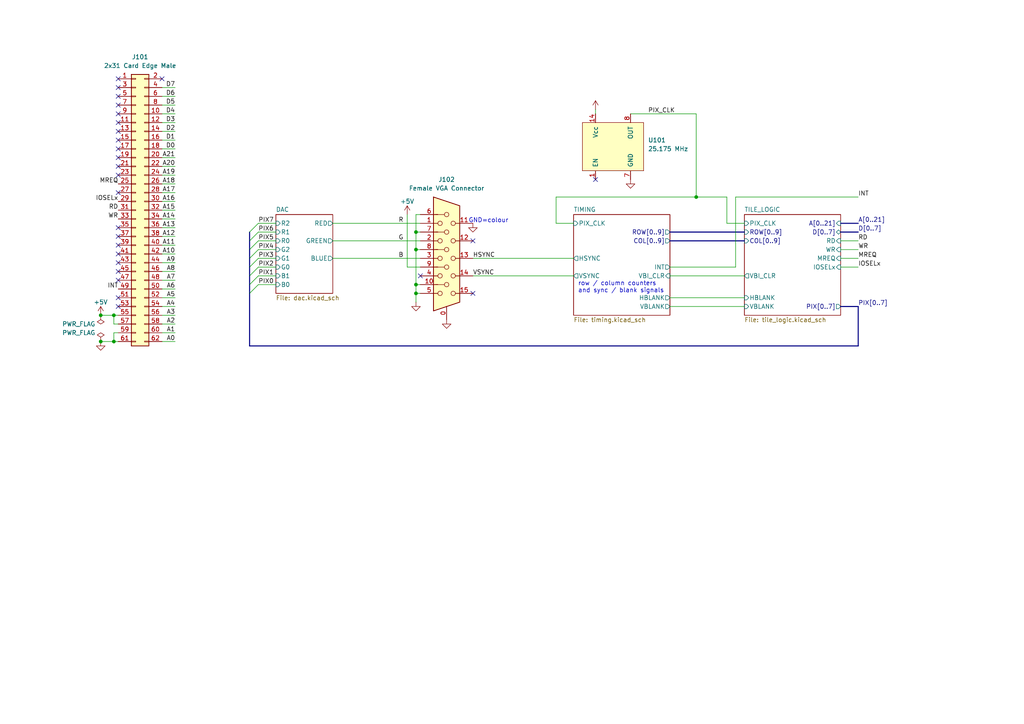
<source format=kicad_sch>
(kicad_sch (version 20211123) (generator eeschema)
  (paper "A4")
  (title_block (title "Video Card") (date "2021-09-11") (rev "1") (company "B.W. Harrison") (comment 1 "64 KB video memory, and vblank interrupt") (comment 2 "640x480 resolution, tiling, hardware scrolling,") (comment 3 "Main features:") (comment 4 "VGA video card for the Z80 computer"))
  (lib_symbols
    (symbol "Connector:DB15_Female_HighDensity_MountingHoles" (pin_names (offset 1.016) hide)
      (property "Reference" "J" (at 0 21.59 0))
      (property "Value" "DB15_Female_HighDensity_MountingHoles" (at 0 19.05 0))
      (symbol "DB15_Female_HighDensity_MountingHoles_0_1"
        (circle (center -1.905 -10.16) (radius 0.635))
        (circle (center -1.905 -5.08) (radius 0.635))
        (circle (center -1.905 0) (radius 0.635))
        (circle (center -1.905 5.08) (radius 0.635))
        (circle (center -1.905 10.16) (radius 0.635))
        (circle (center 0 -7.62) (radius 0.635))
        (circle (center 0 -2.54) (radius 0.635))
        (polyline (pts (xy -3.175 7.62) (xy -0.635 7.62)))
        (polyline (pts (xy -0.635 -7.62) (xy -3.175 -7.62)))
        (polyline (pts (xy -0.635 -2.54) (xy -3.175 -2.54)))
        (polyline (pts (xy -0.635 2.54) (xy -3.175 2.54)))
        (polyline (pts (xy -0.635 12.7) (xy -3.175 12.7)))
        (polyline (pts (xy -3.81 17.78) (xy -3.81 -15.24) (xy 3.81 -12.7) (xy 3.81 15.24) (xy -3.81 17.78)) (stroke (width 0.254)) (fill (type background)))
        (circle (center 0 2.54) (radius 0.635))
        (circle (center 0 7.62) (radius 0.635))
        (circle (center 0 12.7) (radius 0.635))
        (circle (center 1.905 -10.16) (radius 0.635))
        (circle (center 1.905 -5.08) (radius 0.635))
        (circle (center 1.905 0) (radius 0.635))
        (circle (center 1.905 5.08) (radius 0.635))
        (circle (center 1.905 10.16) (radius 0.635))
      )
      (symbol "DB15_Female_HighDensity_MountingHoles_1_1"
        (pin passive line (at 0 -17.78 90) (length 3.81) (name "~") (number "0"))
        (pin passive line (at -7.62 10.16 0) (length 5.08) (name "~") (number "1"))
        (pin passive line (at -7.62 -7.62 0) (length 5.08) (name "~") (number "10"))
        (pin passive line (at 7.62 10.16 180) (length 5.08) (name "~") (number "11"))
        (pin passive line (at 7.62 5.08 180) (length 5.08) (name "~") (number "12"))
        (pin passive line (at 7.62 0 180) (length 5.08) (name "~") (number "13"))
        (pin passive line (at 7.62 -5.08 180) (length 5.08) (name "~") (number "14"))
        (pin passive line (at 7.62 -10.16 180) (length 5.08) (name "~") (number "15"))
        (pin passive line (at -7.62 5.08 0) (length 5.08) (name "~") (number "2"))
        (pin passive line (at -7.62 0 0) (length 5.08) (name "~") (number "3"))
        (pin passive line (at -7.62 -5.08 0) (length 5.08) (name "~") (number "4"))
        (pin passive line (at -7.62 -10.16 0) (length 5.08) (name "~") (number "5"))
        (pin passive line (at -7.62 12.7 0) (length 5.08) (name "~") (number "6"))
        (pin passive line (at -7.62 7.62 0) (length 5.08) (name "~") (number "7"))
        (pin passive line (at -7.62 2.54 0) (length 5.08) (name "~") (number "8"))
        (pin passive line (at -7.62 -2.54 0) (length 5.08) (name "~") (number "9"))
      )
    )
    (symbol "Connector_Generic:Conn_02x31_Odd_Even" (pin_names (offset 1.016) hide)
      (property "Reference" "J" (at 1.27 40.64 0))
      (property "Value" "Conn_02x31_Odd_Even" (at 1.27 -40.64 0))
      (symbol "Conn_02x31_Odd_Even_1_1"
        (rectangle (start -1.27 -37.973) (end 0 -38.227) (stroke (width 0.1524)))
        (rectangle (start -1.27 -35.433) (end 0 -35.687) (stroke (width 0.1524)))
        (rectangle (start -1.27 -32.893) (end 0 -33.147) (stroke (width 0.1524)))
        (rectangle (start -1.27 -30.353) (end 0 -30.607) (stroke (width 0.1524)))
        (rectangle (start -1.27 -27.813) (end 0 -28.067) (stroke (width 0.1524)))
        (rectangle (start -1.27 -25.273) (end 0 -25.527) (stroke (width 0.1524)))
        (rectangle (start -1.27 -22.733) (end 0 -22.987) (stroke (width 0.1524)))
        (rectangle (start -1.27 -20.193) (end 0 -20.447) (stroke (width 0.1524)))
        (rectangle (start -1.27 -17.653) (end 0 -17.907) (stroke (width 0.1524)))
        (rectangle (start -1.27 -15.113) (end 0 -15.367) (stroke (width 0.1524)))
        (rectangle (start -1.27 -12.573) (end 0 -12.827) (stroke (width 0.1524)))
        (rectangle (start -1.27 -10.033) (end 0 -10.287) (stroke (width 0.1524)))
        (rectangle (start -1.27 -7.493) (end 0 -7.747) (stroke (width 0.1524)))
        (rectangle (start -1.27 -4.953) (end 0 -5.207) (stroke (width 0.1524)))
        (rectangle (start -1.27 -2.413) (end 0 -2.667) (stroke (width 0.1524)))
        (rectangle (start -1.27 0.127) (end 0 -0.127) (stroke (width 0.1524)))
        (rectangle (start -1.27 2.667) (end 0 2.413) (stroke (width 0.1524)))
        (rectangle (start -1.27 5.207) (end 0 4.953) (stroke (width 0.1524)))
        (rectangle (start -1.27 7.747) (end 0 7.493) (stroke (width 0.1524)))
        (rectangle (start -1.27 10.287) (end 0 10.033) (stroke (width 0.1524)))
        (rectangle (start -1.27 12.827) (end 0 12.573) (stroke (width 0.1524)))
        (rectangle (start -1.27 15.367) (end 0 15.113) (stroke (width 0.1524)))
        (rectangle (start -1.27 17.907) (end 0 17.653) (stroke (width 0.1524)))
        (rectangle (start -1.27 20.447) (end 0 20.193) (stroke (width 0.1524)))
        (rectangle (start -1.27 22.987) (end 0 22.733) (stroke (width 0.1524)))
        (rectangle (start -1.27 25.527) (end 0 25.273) (stroke (width 0.1524)))
        (rectangle (start -1.27 28.067) (end 0 27.813) (stroke (width 0.1524)))
        (rectangle (start -1.27 30.607) (end 0 30.353) (stroke (width 0.1524)))
        (rectangle (start -1.27 33.147) (end 0 32.893) (stroke (width 0.1524)))
        (rectangle (start -1.27 35.687) (end 0 35.433) (stroke (width 0.1524)))
        (rectangle (start -1.27 38.227) (end 0 37.973) (stroke (width 0.1524)))
        (rectangle (start -1.27 39.37) (end 3.81 -39.37) (stroke (width 0.254)) (fill (type background)))
        (rectangle (start 3.81 -37.973) (end 2.54 -38.227) (stroke (width 0.1524)))
        (rectangle (start 3.81 -35.433) (end 2.54 -35.687) (stroke (width 0.1524)))
        (rectangle (start 3.81 -32.893) (end 2.54 -33.147) (stroke (width 0.1524)))
        (rectangle (start 3.81 -30.353) (end 2.54 -30.607) (stroke (width 0.1524)))
        (rectangle (start 3.81 -27.813) (end 2.54 -28.067) (stroke (width 0.1524)))
        (rectangle (start 3.81 -25.273) (end 2.54 -25.527) (stroke (width 0.1524)))
        (rectangle (start 3.81 -22.733) (end 2.54 -22.987) (stroke (width 0.1524)))
        (rectangle (start 3.81 -20.193) (end 2.54 -20.447) (stroke (width 0.1524)))
        (rectangle (start 3.81 -17.653) (end 2.54 -17.907) (stroke (width 0.1524)))
        (rectangle (start 3.81 -15.113) (end 2.54 -15.367) (stroke (width 0.1524)))
        (rectangle (start 3.81 -12.573) (end 2.54 -12.827) (stroke (width 0.1524)))
        (rectangle (start 3.81 -10.033) (end 2.54 -10.287) (stroke (width 0.1524)))
        (rectangle (start 3.81 -7.493) (end 2.54 -7.747) (stroke (width 0.1524)))
        (rectangle (start 3.81 -4.953) (end 2.54 -5.207) (stroke (width 0.1524)))
        (rectangle (start 3.81 -2.413) (end 2.54 -2.667) (stroke (width 0.1524)))
        (rectangle (start 3.81 0.127) (end 2.54 -0.127) (stroke (width 0.1524)))
        (rectangle (start 3.81 2.667) (end 2.54 2.413) (stroke (width 0.1524)))
        (rectangle (start 3.81 5.207) (end 2.54 4.953) (stroke (width 0.1524)))
        (rectangle (start 3.81 7.747) (end 2.54 7.493) (stroke (width 0.1524)))
        (rectangle (start 3.81 10.287) (end 2.54 10.033) (stroke (width 0.1524)))
        (rectangle (start 3.81 12.827) (end 2.54 12.573) (stroke (width 0.1524)))
        (rectangle (start 3.81 15.367) (end 2.54 15.113) (stroke (width 0.1524)))
        (rectangle (start 3.81 17.907) (end 2.54 17.653) (stroke (width 0.1524)))
        (rectangle (start 3.81 20.447) (end 2.54 20.193) (stroke (width 0.1524)))
        (rectangle (start 3.81 22.987) (end 2.54 22.733) (stroke (width 0.1524)))
        (rectangle (start 3.81 25.527) (end 2.54 25.273) (stroke (width 0.1524)))
        (rectangle (start 3.81 28.067) (end 2.54 27.813) (stroke (width 0.1524)))
        (rectangle (start 3.81 30.607) (end 2.54 30.353) (stroke (width 0.1524)))
        (rectangle (start 3.81 33.147) (end 2.54 32.893) (stroke (width 0.1524)))
        (rectangle (start 3.81 35.687) (end 2.54 35.433) (stroke (width 0.1524)))
        (rectangle (start 3.81 38.227) (end 2.54 37.973) (stroke (width 0.1524)))
        (pin passive line (at -5.08 38.1 0) (length 3.81) (name "Pin_1") (number "1"))
        (pin passive line (at 7.62 27.94 180) (length 3.81) (name "Pin_10") (number "10"))
        (pin passive line (at -5.08 25.4 0) (length 3.81) (name "Pin_11") (number "11"))
        (pin passive line (at 7.62 25.4 180) (length 3.81) (name "Pin_12") (number "12"))
        (pin passive line (at -5.08 22.86 0) (length 3.81) (name "Pin_13") (number "13"))
        (pin passive line (at 7.62 22.86 180) (length 3.81) (name "Pin_14") (number "14"))
        (pin passive line (at -5.08 20.32 0) (length 3.81) (name "Pin_15") (number "15"))
        (pin passive line (at 7.62 20.32 180) (length 3.81) (name "Pin_16") (number "16"))
        (pin passive line (at -5.08 17.78 0) (length 3.81) (name "Pin_17") (number "17"))
        (pin passive line (at 7.62 17.78 180) (length 3.81) (name "Pin_18") (number "18"))
        (pin passive line (at -5.08 15.24 0) (length 3.81) (name "Pin_19") (number "19"))
        (pin passive line (at 7.62 38.1 180) (length 3.81) (name "Pin_2") (number "2"))
        (pin passive line (at 7.62 15.24 180) (length 3.81) (name "Pin_20") (number "20"))
        (pin passive line (at -5.08 12.7 0) (length 3.81) (name "Pin_21") (number "21"))
        (pin passive line (at 7.62 12.7 180) (length 3.81) (name "Pin_22") (number "22"))
        (pin passive line (at -5.08 10.16 0) (length 3.81) (name "Pin_23") (number "23"))
        (pin passive line (at 7.62 10.16 180) (length 3.81) (name "Pin_24") (number "24"))
        (pin passive line (at -5.08 7.62 0) (length 3.81) (name "Pin_25") (number "25"))
        (pin passive line (at 7.62 7.62 180) (length 3.81) (name "Pin_26") (number "26"))
        (pin passive line (at -5.08 5.08 0) (length 3.81) (name "Pin_27") (number "27"))
        (pin passive line (at 7.62 5.08 180) (length 3.81) (name "Pin_28") (number "28"))
        (pin passive line (at -5.08 2.54 0) (length 3.81) (name "Pin_29") (number "29"))
        (pin passive line (at -5.08 35.56 0) (length 3.81) (name "Pin_3") (number "3"))
        (pin passive line (at 7.62 2.54 180) (length 3.81) (name "Pin_30") (number "30"))
        (pin passive line (at -5.08 0 0) (length 3.81) (name "Pin_31") (number "31"))
        (pin passive line (at 7.62 0 180) (length 3.81) (name "Pin_32") (number "32"))
        (pin passive line (at -5.08 -2.54 0) (length 3.81) (name "Pin_33") (number "33"))
        (pin passive line (at 7.62 -2.54 180) (length 3.81) (name "Pin_34") (number "34"))
        (pin passive line (at -5.08 -5.08 0) (length 3.81) (name "Pin_35") (number "35"))
        (pin passive line (at 7.62 -5.08 180) (length 3.81) (name "Pin_36") (number "36"))
        (pin passive line (at -5.08 -7.62 0) (length 3.81) (name "Pin_37") (number "37"))
        (pin passive line (at 7.62 -7.62 180) (length 3.81) (name "Pin_38") (number "38"))
        (pin passive line (at -5.08 -10.16 0) (length 3.81) (name "Pin_39") (number "39"))
        (pin passive line (at 7.62 35.56 180) (length 3.81) (name "Pin_4") (number "4"))
        (pin passive line (at 7.62 -10.16 180) (length 3.81) (name "Pin_40") (number "40"))
        (pin passive line (at -5.08 -12.7 0) (length 3.81) (name "Pin_41") (number "41"))
        (pin passive line (at 7.62 -12.7 180) (length 3.81) (name "Pin_42") (number "42"))
        (pin passive line (at -5.08 -15.24 0) (length 3.81) (name "Pin_43") (number "43"))
        (pin passive line (at 7.62 -15.24 180) (length 3.81) (name "Pin_44") (number "44"))
        (pin passive line (at -5.08 -17.78 0) (length 3.81) (name "Pin_45") (number "45"))
        (pin passive line (at 7.62 -17.78 180) (length 3.81) (name "Pin_46") (number "46"))
        (pin passive line (at -5.08 -20.32 0) (length 3.81) (name "Pin_47") (number "47"))
        (pin passive line (at 7.62 -20.32 180) (length 3.81) (name "Pin_48") (number "48"))
        (pin passive line (at -5.08 -22.86 0) (length 3.81) (name "Pin_49") (number "49"))
        (pin passive line (at -5.08 33.02 0) (length 3.81) (name "Pin_5") (number "5"))
        (pin passive line (at 7.62 -22.86 180) (length 3.81) (name "Pin_50") (number "50"))
        (pin passive line (at -5.08 -25.4 0) (length 3.81) (name "Pin_51") (number "51"))
        (pin passive line (at 7.62 -25.4 180) (length 3.81) (name "Pin_52") (number "52"))
        (pin passive line (at -5.08 -27.94 0) (length 3.81) (name "Pin_53") (number "53"))
        (pin passive line (at 7.62 -27.94 180) (length 3.81) (name "Pin_54") (number "54"))
        (pin passive line (at -5.08 -30.48 0) (length 3.81) (name "Pin_55") (number "55"))
        (pin passive line (at 7.62 -30.48 180) (length 3.81) (name "Pin_56") (number "56"))
        (pin passive line (at -5.08 -33.02 0) (length 3.81) (name "Pin_57") (number "57"))
        (pin passive line (at 7.62 -33.02 180) (length 3.81) (name "Pin_58") (number "58"))
        (pin passive line (at -5.08 -35.56 0) (length 3.81) (name "Pin_59") (number "59"))
        (pin passive line (at 7.62 33.02 180) (length 3.81) (name "Pin_6") (number "6"))
        (pin passive line (at 7.62 -35.56 180) (length 3.81) (name "Pin_60") (number "60"))
        (pin passive line (at -5.08 -38.1 0) (length 3.81) (name "Pin_61") (number "61"))
        (pin passive line (at 7.62 -38.1 180) (length 3.81) (name "Pin_62") (number "62"))
        (pin passive line (at -5.08 30.48 0) (length 3.81) (name "Pin_7") (number "7"))
        (pin passive line (at 7.62 30.48 180) (length 3.81) (name "Pin_8") (number "8"))
        (pin passive line (at -5.08 27.94 0) (length 3.81) (name "Pin_9") (number "9"))
      )
    )
    (symbol "my_library:CRYST-OSC-DIP14" (pin_names (offset 1.016))
      (property "Reference" "U" (at 5.08 1.27 0))
      (property "Value" "CRYST-OSC-DIP14" (at 5.08 -6.35 0))
      (symbol "CRYST-OSC-DIP14_0_1"
        (rectangle (start -3.81 0) (end 13.97 -13.97) (fill (type background)))
      )
      (symbol "CRYST-OSC-DIP14_1_1"
        (pin input line (at 0 -16.51 90) (length 2.54) (name "EN") (number "1"))
        (pin power_in line (at 0 2.54 270) (length 2.54) (name "Vcc") (number "14"))
        (pin power_in line (at 10.16 -16.51 90) (length 2.54) (name "GND") (number "7"))
        (pin output line (at 10.16 2.54 270) (length 2.54) (name "OUT") (number "8"))
      )
    )
    (symbol "power:+5V" (power) (pin_names (offset 0))
      (property "Value" "+5V" (at 0 3.556 0))
      (symbol "+5V_0_1"
        (polyline (pts (xy -0.762 1.27) (xy 0 2.54)))
        (polyline (pts (xy 0 0) (xy 0 2.54)))
        (polyline (pts (xy 0 2.54) (xy 0.762 1.27)))
      )
      (symbol "+5V_1_1"
        (pin power_in line (at 0 0 90) (length 0) hide (name "+5V") (number "1"))
      )
    )
    (symbol "power:GND" (power) (pin_names (offset 0))
      (property "Value" "GND" (at 0 -3.81 0))
      (symbol "GND_0_1"
        (polyline (pts (xy 0 0) (xy 0 -1.27) (xy 1.27 -1.27) (xy 0 -2.54) (xy -1.27 -1.27) (xy 0 -1.27)))
      )
      (symbol "GND_1_1"
        (pin power_in line (at 0 0 270) (length 0) hide (name "GND") (number "1"))
      )
    )
    (symbol "power:PWR_FLAG" (power) (pin_numbers hide) (pin_names (offset 0) hide)
      (property "Value" "PWR_FLAG" (at 0 3.81 0))
      (symbol "PWR_FLAG_0_0"
        (pin power_out line (at 0 0 90) (length 0) (name "pwr") (number "1"))
      )
      (symbol "PWR_FLAG_0_1"
        (polyline (pts (xy 0 0) (xy 0 1.27) (xy -1.016 1.905) (xy 0 2.54) (xy 1.016 1.905) (xy 0 1.27)))
      )
    )
  )
  (junction (at 33.02 91.44))
  (junction (at 120.65 67.31))
  (junction (at 29.21 99.06))
  (junction (at 201.93 57.15))
  (junction (at 120.65 85.09))
  (junction (at 33.02 99.06))
  (junction (at 29.21 91.44))
  (junction (at 120.65 82.55))
  (junction (at 120.65 72.39))
  (no_connect (at 34.29 45.72))
  (no_connect (at 34.29 78.74))
  (no_connect (at 34.29 68.58))
  (no_connect (at 137.16 69.85))
  (no_connect (at 34.29 38.1))
  (no_connect (at 121.92 80.01))
  (no_connect (at 34.29 50.8))
  (no_connect (at 34.29 86.36))
  (no_connect (at 34.29 35.56))
  (no_connect (at 34.29 43.18))
  (no_connect (at 34.29 88.9))
  (no_connect (at 34.29 40.64))
  (no_connect (at 34.29 30.48))
  (no_connect (at 34.29 73.66))
  (no_connect (at 34.29 81.28))
  (no_connect (at 34.29 25.4))
  (no_connect (at 46.99 22.86))
  (no_connect (at 34.29 22.86))
  (no_connect (at 34.29 71.12))
  (no_connect (at 172.72 52.07))
  (no_connect (at 34.29 76.2))
  (no_connect (at 34.29 55.88))
  (no_connect (at 34.29 33.02))
  (no_connect (at 34.29 27.94))
  (no_connect (at 34.29 66.04))
  (no_connect (at 137.16 85.09))
  (no_connect (at 34.29 48.26))
  (bus_entry (at 72.39 77.47) (size 2.54 -2.54))
  (bus_entry (at 72.39 82.55) (size 2.54 -2.54))
  (bus_entry (at 72.39 80.01) (size 2.54 -2.54))
  (bus_entry (at 72.39 67.31) (size 2.54 -2.54))
  (bus_entry (at 72.39 85.09) (size 2.54 -2.54))
  (bus_entry (at 72.39 72.39) (size 2.54 -2.54))
  (bus_entry (at 72.39 69.85) (size 2.54 -2.54))
  (bus_entry (at 72.39 74.93) (size 2.54 -2.54))
  (bus (pts (xy 72.39 100.33) (xy 248.92 100.33)))
  (wire (pts (xy 210.82 57.15) (xy 201.93 57.15)))
  (wire (pts (xy 120.65 82.55) (xy 121.92 82.55)))
  (wire (pts (xy 194.31 88.9) (xy 215.9 88.9)))
  (wire (pts (xy 74.93 80.01) (xy 80.01 80.01)))
  (wire (pts (xy 74.93 82.55) (xy 80.01 82.55)))
  (wire (pts (xy 120.65 82.55) (xy 120.65 72.39)))
  (wire (pts (xy 96.52 64.77) (xy 121.92 64.77)))
  (wire (pts (xy 50.8 99.06) (xy 46.99 99.06)))
  (wire (pts (xy 50.8 66.04) (xy 46.99 66.04)))
  (wire (pts (xy 118.11 62.23) (xy 118.11 77.47)))
  (wire (pts (xy 34.29 96.52) (xy 33.02 96.52)))
  (wire (pts (xy 201.93 33.02) (xy 201.93 57.15)))
  (wire (pts (xy 213.36 57.15) (xy 248.92 57.15)))
  (wire (pts (xy 74.93 69.85) (xy 80.01 69.85)))
  (bus (pts (xy 72.39 69.85) (xy 72.39 72.39)))
  (wire (pts (xy 166.37 80.01) (xy 137.16 80.01)))
  (wire (pts (xy 33.02 99.06) (xy 34.29 99.06)))
  (wire (pts (xy 248.92 72.39) (xy 243.84 72.39)))
  (wire (pts (xy 215.9 86.36) (xy 194.31 86.36)))
  (wire (pts (xy 33.02 99.06) (xy 29.21 99.06)))
  (bus (pts (xy 248.92 64.77) (xy 243.84 64.77)))
  (bus (pts (xy 194.31 69.85) (xy 215.9 69.85)))
  (wire (pts (xy 74.93 77.47) (xy 80.01 77.47)))
  (wire (pts (xy 201.93 57.15) (xy 161.29 57.15)))
  (wire (pts (xy 50.8 86.36) (xy 46.99 86.36)))
  (wire (pts (xy 50.8 93.98) (xy 46.99 93.98)))
  (wire (pts (xy 120.65 82.55) (xy 120.65 85.09)))
  (wire (pts (xy 50.8 55.88) (xy 46.99 55.88)))
  (bus (pts (xy 72.39 82.55) (xy 72.39 85.09)))
  (wire (pts (xy 33.02 91.44) (xy 29.21 91.44)))
  (wire (pts (xy 96.52 74.93) (xy 121.92 74.93)))
  (wire (pts (xy 96.52 69.85) (xy 121.92 69.85)))
  (wire (pts (xy 50.8 48.26) (xy 46.99 48.26)))
  (wire (pts (xy 120.65 67.31) (xy 120.65 72.39)))
  (wire (pts (xy 121.92 62.23) (xy 120.65 62.23)))
  (wire (pts (xy 50.8 35.56) (xy 46.99 35.56)))
  (wire (pts (xy 50.8 63.5) (xy 46.99 63.5)))
  (wire (pts (xy 121.92 67.31) (xy 120.65 67.31)))
  (wire (pts (xy 50.8 43.18) (xy 46.99 43.18)))
  (wire (pts (xy 50.8 73.66) (xy 46.99 73.66)))
  (bus (pts (xy 72.39 67.31) (xy 72.39 69.85)))
  (wire (pts (xy 118.11 77.47) (xy 121.92 77.47)))
  (bus (pts (xy 248.92 67.31) (xy 243.84 67.31)))
  (wire (pts (xy 248.92 77.47) (xy 243.84 77.47)))
  (wire (pts (xy 50.8 91.44) (xy 46.99 91.44)))
  (wire (pts (xy 50.8 45.72) (xy 46.99 45.72)))
  (wire (pts (xy 172.72 31.75) (xy 172.72 33.02)))
  (wire (pts (xy 194.31 77.47) (xy 213.36 77.47)))
  (wire (pts (xy 50.8 71.12) (xy 46.99 71.12)))
  (wire (pts (xy 50.8 50.8) (xy 46.99 50.8)))
  (wire (pts (xy 50.8 53.34) (xy 46.99 53.34)))
  (wire (pts (xy 74.93 72.39) (xy 80.01 72.39)))
  (wire (pts (xy 50.8 83.82) (xy 46.99 83.82)))
  (wire (pts (xy 50.8 58.42) (xy 46.99 58.42)))
  (bus (pts (xy 248.92 88.9) (xy 243.84 88.9)))
  (wire (pts (xy 74.93 64.77) (xy 80.01 64.77)))
  (wire (pts (xy 33.02 93.98) (xy 33.02 91.44)))
  (wire (pts (xy 50.8 60.96) (xy 46.99 60.96)))
  (wire (pts (xy 50.8 30.48) (xy 46.99 30.48)))
  (bus (pts (xy 194.31 67.31) (xy 215.9 67.31)))
  (wire (pts (xy 120.65 62.23) (xy 120.65 67.31)))
  (wire (pts (xy 50.8 68.58) (xy 46.99 68.58)))
  (bus (pts (xy 72.39 72.39) (xy 72.39 74.93)))
  (wire (pts (xy 50.8 40.64) (xy 46.99 40.64)))
  (wire (pts (xy 50.8 38.1) (xy 46.99 38.1)))
  (bus (pts (xy 72.39 80.01) (xy 72.39 82.55)))
  (bus (pts (xy 72.39 74.93) (xy 72.39 77.47)))
  (wire (pts (xy 182.88 33.02) (xy 201.93 33.02)))
  (wire (pts (xy 166.37 74.93) (xy 137.16 74.93)))
  (bus (pts (xy 72.39 77.47) (xy 72.39 80.01)))
  (wire (pts (xy 50.8 88.9) (xy 46.99 88.9)))
  (wire (pts (xy 74.93 67.31) (xy 80.01 67.31)))
  (wire (pts (xy 161.29 64.77) (xy 166.37 64.77)))
  (wire (pts (xy 50.8 81.28) (xy 46.99 81.28)))
  (wire (pts (xy 248.92 69.85) (xy 243.84 69.85)))
  (wire (pts (xy 120.65 72.39) (xy 121.92 72.39)))
  (wire (pts (xy 50.8 33.02) (xy 46.99 33.02)))
  (wire (pts (xy 161.29 57.15) (xy 161.29 64.77)))
  (wire (pts (xy 50.8 78.74) (xy 46.99 78.74)))
  (wire (pts (xy 34.29 93.98) (xy 33.02 93.98)))
  (wire (pts (xy 213.36 77.47) (xy 213.36 57.15)))
  (wire (pts (xy 50.8 27.94) (xy 46.99 27.94)))
  (wire (pts (xy 74.93 74.93) (xy 80.01 74.93)))
  (wire (pts (xy 33.02 96.52) (xy 33.02 99.06)))
  (bus (pts (xy 248.92 88.9) (xy 248.92 100.33)))
  (wire (pts (xy 121.92 85.09) (xy 120.65 85.09)))
  (wire (pts (xy 120.65 85.09) (xy 120.65 87.63)))
  (wire (pts (xy 50.8 96.52) (xy 46.99 96.52)))
  (wire (pts (xy 210.82 57.15) (xy 210.82 64.77)))
  (wire (pts (xy 215.9 80.01) (xy 194.31 80.01)))
  (wire (pts (xy 50.8 25.4) (xy 46.99 25.4)))
  (wire (pts (xy 248.92 74.93) (xy 243.84 74.93)))
  (wire (pts (xy 210.82 64.77) (xy 215.9 64.77)))
  (wire (pts (xy 34.29 91.44) (xy 33.02 91.44)))
  (wire (pts (xy 50.8 76.2) (xy 46.99 76.2)))
  (bus (pts (xy 72.39 85.09) (xy 72.39 100.33)))
  (text "GND=colour" (at 135.89 64.77 0) (effects (font (size 1.27 1.27)) (justify left bottom)))
  (text "row / column counters\nand sync / blank signals" (at 167.64 85.09 0) (effects (font (size 1.27 1.27)) (justify left bottom)))
  (label "B" (at 115.57 74.93 0))
  (label "D6" (at 50.8 27.94 180))
  (label "PIX[0..7]" (at 248.92 88.9 0))
  (label "A10" (at 50.8 73.66 180))
  (label "A20" (at 50.8 48.26 180))
  (label "PIX3" (at 74.93 74.93 0))
  (label "A21" (at 50.8 45.72 180))
  (label "PIX5" (at 74.93 69.85 0))
  (label "VSYNC" (at 137.16 80.01 0))
  (label "D2" (at 50.8 38.1 180))
  (label "WR" (at 34.29 63.5 180))
  (label "A12" (at 50.8 68.58 180))
  (label "A2" (at 50.8 93.98 180))
  (label "D[0..7]" (at 248.92 67.31 0))
  (label "RD" (at 34.29 60.96 180))
  (label "PIX6" (at 74.93 67.31 0))
  (label "D3" (at 50.8 35.56 180))
  (label "A0" (at 50.8 99.06 180))
  (label "A7" (at 50.8 81.28 180))
  (label "IOSELx" (at 34.29 58.42 180))
  (label "INT" (at 248.92 57.15 0))
  (label "IOSELx" (at 248.92 77.47 0))
  (label "A14" (at 50.8 63.5 180))
  (label "A8" (at 50.8 78.74 180))
  (label "RD" (at 248.92 69.85 0))
  (label "R" (at 115.57 64.77 0))
  (label "G" (at 115.57 69.85 0))
  (label "A18" (at 50.8 53.34 180))
  (label "A3" (at 50.8 91.44 180))
  (label "D4" (at 50.8 33.02 180))
  (label "MREQ" (at 248.92 74.93 0))
  (label "WR" (at 248.92 72.39 0))
  (label "A16" (at 50.8 58.42 180))
  (label "A5" (at 50.8 86.36 180))
  (label "A19" (at 50.8 50.8 180))
  (label "D1" (at 50.8 40.64 180))
  (label "A13" (at 50.8 66.04 180))
  (label "A9" (at 50.8 76.2 180))
  (label "PIX2" (at 74.93 77.47 0))
  (label "D5" (at 50.8 30.48 180))
  (label "MREQ" (at 34.29 53.34 180))
  (label "PIX1" (at 74.93 80.01 0))
  (label "A[0..21]" (at 248.92 64.77 0))
  (label "PIX4" (at 74.93 72.39 0))
  (label "A15" (at 50.8 60.96 180))
  (label "A1" (at 50.8 96.52 180))
  (label "D0" (at 50.8 43.18 180))
  (label "A4" (at 50.8 88.9 180))
  (label "INT" (at 34.29 83.82 180))
  (label "PIX_CLK" (at 187.96 33.02 0))
  (label "HSYNC" (at 137.16 74.93 0))
  (label "A17" (at 50.8 55.88 180))
  (label "A6" (at 50.8 83.82 180))
  (label "A11" (at 50.8 71.12 180))
  (label "PIX0" (at 74.93 82.55 0))
  (label "D7" (at 50.8 25.4 180))
  (label "PIX7" (at 74.93 64.77 0))
  (symbol (lib_id "Connector_Generic:Conn_02x31_Odd_Even") (at 39.37 60.96 0) (unit 1)
    (property "Reference" "J101" (at 40.64 16.51 0))
    (property "Value" "2x31 Card Edge Male" (at 40.64 19.05 0))
    (property "Footprint" "video:PinHeader_2x31_P2.54mm_Horizontal_AltPins" (effects hide))
  )
  (symbol (lib_id "power:+5V") (at 29.21 91.44 0) (mirror y) (unit 1)
    (property "Reference" "#PWR01" (effects hide))
    (property "Value" "+5V" (at 29.21 87.63 0))
  )
  (symbol (lib_id "power:GND") (at 29.21 99.06 0) (mirror y) (unit 1)
    (property "Reference" "#PWR063" (effects hide))
    (property "Value" "GND" (effects hide))
  )
  (symbol (lib_id "power:PWR_FLAG") (at 29.21 91.44 0) (mirror x) (unit 1)
    (property "Reference" "#FLG01" (effects hide))
    (property "Value" "PWR_FLAG" (at 22.86 93.98 0))
  )
  (symbol (lib_id "power:PWR_FLAG") (at 29.21 99.06 0) (mirror y) (unit 1)
    (property "Reference" "#FLG02" (effects hide))
    (property "Value" "PWR_FLAG" (at 22.86 96.52 0))
  )
  (symbol (lib_id "Connector:DB15_Female_HighDensity_MountingHoles") (at 129.54 74.93 0) (unit 1)
    (property "Reference" "J102" (at 129.54 52.07 0))
    (property "Value" "Female VGA Connector" (at 129.54 54.61 0))
    (property "Footprint" "Connector_Dsub:DSUB-15-HD_Female_Horizontal_P2.29x1.98mm_EdgePinOffset8.35mm_Housed_MountingHolesOffset10.89mm" (effects hide))
    (property "Datasheet" "https://cdn.amphenol-icc.com/media/wysiwyg/files/drawing/c-cd-0011.pdf" (effects hide))
    (property "Digikey Part No." "609-5180-ND" (effects hide))
  )
  (symbol (lib_id "power:GND") (at 137.16 64.77 0) (unit 1)
    (property "Reference" "#PWR066" (effects hide))
    (property "Value" "GND" (effects hide))
  )
  (symbol (lib_id "power:+5V") (at 118.11 62.23 0) (unit 1)
    (property "Reference" "#PWR02" (effects hide))
    (property "Value" "+5V" (at 118.11 58.42 0))
  )
  (symbol (lib_id "power:GND") (at 120.65 87.63 0) (unit 1)
    (property "Reference" "#PWR064" (effects hide))
    (property "Value" "GND" (effects hide))
  )
  (symbol (lib_id "power:GND") (at 129.54 92.71 0) (unit 1)
    (property "Reference" "#PWR065" (effects hide))
    (property "Value" "GND" (effects hide))
  )
  (symbol (lib_id "my_library:CRYST-OSC-DIP14") (at 172.72 35.56 0) (unit 1)
    (property "Reference" "U101" (at 187.96 40.64 0) (effects (justify left)))
    (property "Value" "25.175 MHz" (at 187.96 43.18 0) (effects (justify left)))
    (property "Footprint" "Oscillator:Oscillator_DIP-14_LargePads" (effects hide))
    (property "Datasheet" "http://baileyh.xyz/datasheets/osc_dip14.pdf" (effects hide))
    (property "Digikey Part No." "X130-ND" (effects hide))
  )
  (symbol (lib_id "power:GND") (at 182.88 52.07 0) (unit 1)
    (property "Reference" "#PWR067" (effects hide))
    (property "Value" "GND" (effects hide))
  )
  (symbol (lib_id "power:+5V") (at 172.72 31.75 0) (unit 1)
    (property "Reference" "#PWR03" (effects hide))
    (property "Value" "+5V" (effects hide))
  )
  (sheet (at 80.01 62.23) (size 16.51 22.86)
    (property "Sheet name" "DAC" (at 80.01 61.5184 0) (effects (justify left bottom)))
    (property "Sheet file" "dac.kicad_sch" (at 80.01 85.6746 0) (effects (justify left top)))
    (pin "R2" input (at 80.01 64.77 180))
    (pin "R1" input (at 80.01 67.31 180))
    (pin "R0" input (at 80.01 69.85 180))
    (pin "G2" input (at 80.01 72.39 180))
    (pin "G1" input (at 80.01 74.93 180))
    (pin "G0" input (at 80.01 77.47 180))
    (pin "B1" input (at 80.01 80.01 180))
    (pin "B0" input (at 80.01 82.55 180))
    (pin "RED" output (at 96.52 64.77 0))
    (pin "GREEN" output (at 96.52 69.85 0))
    (pin "BLUE" output (at 96.52 74.93 0))
  )
  (sheet (at 166.37 62.23) (size 27.94 29.21)
    (property "Sheet name" "TIMING" (at 166.37 61.5184 0) (effects (justify left bottom)))
    (property "Sheet file" "timing.kicad_sch" (at 166.37 92.0246 0) (effects (justify left top)))
    (pin "VBLANK" output (at 194.31 88.9 0))
    (pin "VSYNC" output (at 166.37 80.01 180))
    (pin "HSYNC" output (at 166.37 74.93 180))
    (pin "PIX_CLK" input (at 166.37 64.77 180))
    (pin "ROW[0..9]" output (at 194.31 67.31 0))
    (pin "COL[0..9]" output (at 194.31 69.85 0))
    (pin "HBLANK" output (at 194.31 86.36 0))
    (pin "VBI_CLR" input (at 194.31 80.01 0))
    (pin "INT" output (at 194.31 77.47 0))
  )
  (sheet (at 215.9 62.23) (size 27.94 29.21)
    (property "Sheet name" "TILE_LOGIC" (at 215.9 61.5184 0) (effects (justify left bottom)))
    (property "Sheet file" "tile_logic.kicad_sch" (at 215.9 92.0246 0) (effects (justify left top)))
    (pin "VBLANK" input (at 215.9 88.9 180))
    (pin "IOSELx" input (at 243.84 77.47 0))
    (pin "ROW[0..9]" input (at 215.9 67.31 180))
    (pin "COL[0..9]" input (at 215.9 69.85 180))
    (pin "D[0..7]" bidirectional (at 243.84 67.31 0))
    (pin "WR" input (at 243.84 72.39 0))
    (pin "RD" input (at 243.84 69.85 0))
    (pin "MREQ" input (at 243.84 74.93 0))
    (pin "A[0..21]" input (at 243.84 64.77 0))
    (pin "VBI_CLR" output (at 215.9 80.01 180))
    (pin "HBLANK" input (at 215.9 86.36 180))
    (pin "PIX[0..7]" output (at 243.84 88.9 0))
    (pin "PIX_CLK" input (at 215.9 64.77 180))
  )
)
</source>
